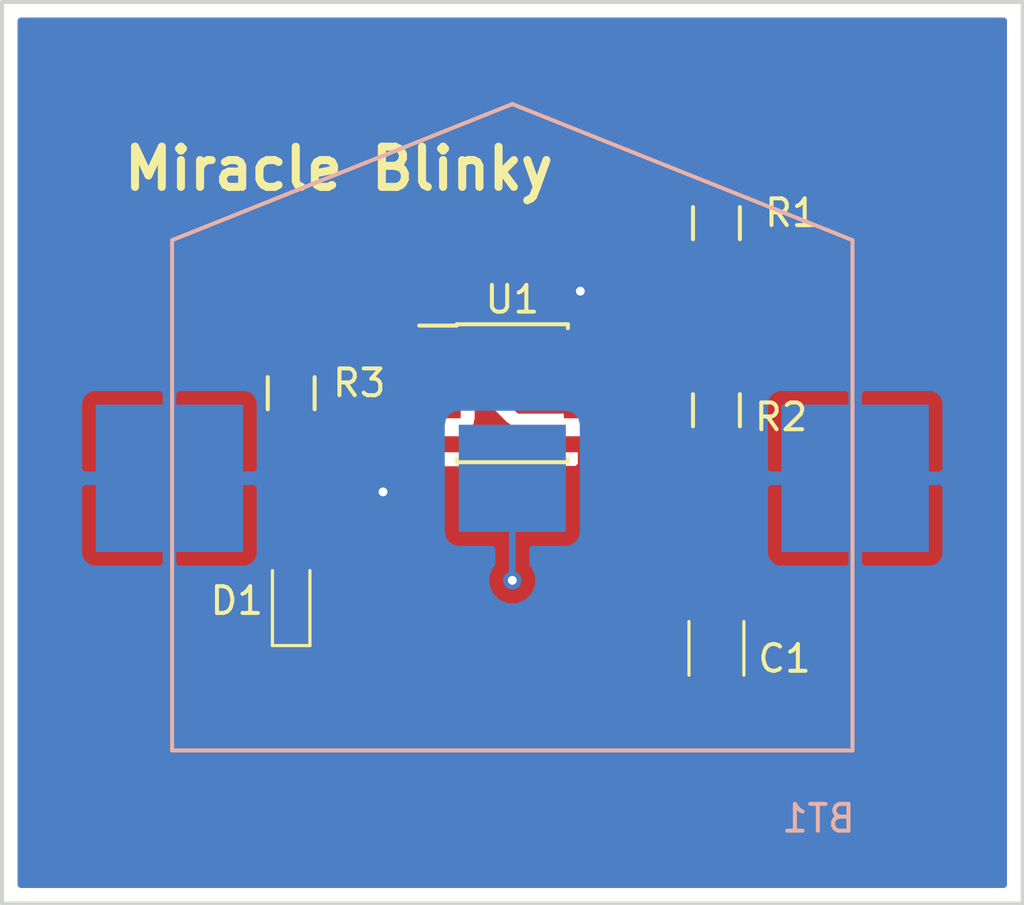
<source format=kicad_pcb>
(kicad_pcb (version 4) (host pcbnew 4.0.4-stable)

  (general
    (links 15)
    (no_connects 0)
    (area 129.464999 88.824999 167.715001 122.630001)
    (thickness 1.6)
    (drawings 6)
    (tracks 25)
    (zones 0)
    (modules 7)
    (nets 7)
  )

  (page A4)
  (layers
    (0 F.Cu signal)
    (31 B.Cu signal)
    (32 B.Adhes user)
    (33 F.Adhes user)
    (34 B.Paste user)
    (35 F.Paste user)
    (36 B.SilkS user)
    (37 F.SilkS user)
    (38 B.Mask user)
    (39 F.Mask user)
    (40 Dwgs.User user)
    (41 Cmts.User user)
    (42 Eco1.User user)
    (43 Eco2.User user)
    (44 Edge.Cuts user)
    (45 Margin user)
    (46 B.CrtYd user)
    (47 F.CrtYd user)
    (48 B.Fab user)
    (49 F.Fab user)
  )

  (setup
    (last_trace_width 0.254)
    (trace_clearance 0.254)
    (zone_clearance 0.508)
    (zone_45_only no)
    (trace_min 0.1524)
    (segment_width 0.2)
    (edge_width 0.15)
    (via_size 0.6858)
    (via_drill 0.3302)
    (via_min_size 0.6858)
    (via_min_drill 0.3302)
    (uvia_size 0.3)
    (uvia_drill 0.1)
    (uvias_allowed no)
    (uvia_min_size 0.2)
    (uvia_min_drill 0.1)
    (pcb_text_width 0.3)
    (pcb_text_size 1.5 1.5)
    (mod_edge_width 0.15)
    (mod_text_size 1 1)
    (mod_text_width 0.15)
    (pad_size 1.524 1.524)
    (pad_drill 0.762)
    (pad_to_mask_clearance 0.2)
    (aux_axis_origin 0 0)
    (visible_elements FFFFFF7F)
    (pcbplotparams
      (layerselection 0x010f0_80000001)
      (usegerberextensions false)
      (excludeedgelayer true)
      (linewidth 0.100000)
      (plotframeref false)
      (viasonmask false)
      (mode 1)
      (useauxorigin false)
      (hpglpennumber 1)
      (hpglpenspeed 20)
      (hpglpendiameter 15)
      (hpglpenoverlay 2)
      (psnegative false)
      (psa4output false)
      (plotreference true)
      (plotvalue false)
      (plotinvisibletext false)
      (padsonsilk false)
      (subtractmaskfromsilk true)
      (outputformat 1)
      (mirror false)
      (drillshape 0)
      (scaleselection 1)
      (outputdirectory GTB_GERBERS/))
  )

  (net 0 "")
  (net 1 GND)
  (net 2 /VDD)
  (net 3 "Net-(C1-Pad1)")
  (net 4 "Net-(D1-Pad2)")
  (net 5 "Net-(R1-Pad2)")
  (net 6 "Net-(R3-Pad1)")

  (net_class Default "This is the default net class."
    (clearance 0.254)
    (trace_width 0.254)
    (via_dia 0.6858)
    (via_drill 0.3302)
    (uvia_dia 0.3)
    (uvia_drill 0.1)
    (add_net /VDD)
    (add_net GND)
    (add_net "Net-(C1-Pad1)")
    (add_net "Net-(D1-Pad2)")
    (add_net "Net-(R1-Pad2)")
    (add_net "Net-(R3-Pad1)")
  )

  (module GTB:S8211R (layer B.Cu) (tedit 588E2ED6) (tstamp 588E3F6F)
    (at 148.59 106.68)
    (path /588E2D51)
    (fp_text reference BT1 (at 11.43 12.7) (layer B.SilkS)
      (effects (font (size 1 1) (thickness 0.15)) (justify mirror))
    )
    (fp_text value Battery (at -10.16 12.7) (layer B.Fab)
      (effects (font (size 1 1) (thickness 0.15)) (justify mirror))
    )
    (fp_line (start -12.7 10.16) (end -12.7 -8.89) (layer B.SilkS) (width 0.15))
    (fp_line (start -12.7 -8.89) (end 0 -13.97) (layer B.SilkS) (width 0.15))
    (fp_line (start 0 -13.97) (end 12.7 -8.89) (layer B.SilkS) (width 0.15))
    (fp_line (start 12.7 -8.89) (end 12.7 10.16) (layer B.SilkS) (width 0.15))
    (fp_line (start 12.7 10.16) (end -12.7 10.16) (layer B.SilkS) (width 0.15))
    (pad 2 smd rect (at 0 0) (size 4 4) (layers B.Cu B.Paste B.Mask)
      (net 1 GND))
    (pad 1 smd rect (at -12.8 0) (size 5.5 5.5) (layers B.Cu B.Paste B.Mask)
      (net 2 /VDD))
    (pad 1 smd rect (at 12.8 0) (size 5.5 5.5) (layers B.Cu B.Paste B.Mask)
      (net 2 /VDD))
  )

  (module Capacitors_SMD:C_1206_HandSoldering (layer F.Cu) (tedit 588E4482) (tstamp 588E3F75)
    (at 156.21 113.03 270)
    (descr "Capacitor SMD 1206, hand soldering")
    (tags "capacitor 1206")
    (path /588E1C65)
    (attr smd)
    (fp_text reference C1 (at 0.381 -2.54 360) (layer F.SilkS)
      (effects (font (size 1 1) (thickness 0.15)))
    )
    (fp_text value 1U (at 0 2.3 270) (layer F.Fab)
      (effects (font (size 1 1) (thickness 0.15)))
    )
    (fp_line (start -1.6 0.8) (end -1.6 -0.8) (layer F.Fab) (width 0.1))
    (fp_line (start 1.6 0.8) (end -1.6 0.8) (layer F.Fab) (width 0.1))
    (fp_line (start 1.6 -0.8) (end 1.6 0.8) (layer F.Fab) (width 0.1))
    (fp_line (start -1.6 -0.8) (end 1.6 -0.8) (layer F.Fab) (width 0.1))
    (fp_line (start -3.3 -1.15) (end 3.3 -1.15) (layer F.CrtYd) (width 0.05))
    (fp_line (start -3.3 1.15) (end 3.3 1.15) (layer F.CrtYd) (width 0.05))
    (fp_line (start -3.3 -1.15) (end -3.3 1.15) (layer F.CrtYd) (width 0.05))
    (fp_line (start 3.3 -1.15) (end 3.3 1.15) (layer F.CrtYd) (width 0.05))
    (fp_line (start 1 -1.025) (end -1 -1.025) (layer F.SilkS) (width 0.12))
    (fp_line (start -1 1.025) (end 1 1.025) (layer F.SilkS) (width 0.12))
    (pad 1 smd rect (at -2 0 270) (size 2 1.6) (layers F.Cu F.Paste F.Mask)
      (net 3 "Net-(C1-Pad1)"))
    (pad 2 smd rect (at 2 0 270) (size 2 1.6) (layers F.Cu F.Paste F.Mask)
      (net 1 GND))
    (model Capacitors_SMD.3dshapes/C_1206_HandSoldering.wrl
      (at (xyz 0 0 0))
      (scale (xyz 1 1 1))
      (rotate (xyz 0 0 0))
    )
  )

  (module LEDs:LED_0805 (layer F.Cu) (tedit 588E4461) (tstamp 588E3F7B)
    (at 140.335 111.125 90)
    (descr "LED 0805 smd package")
    (tags "LED led 0805 SMD smd SMT smt smdled SMDLED smtled SMTLED")
    (path /588E1D9E)
    (attr smd)
    (fp_text reference D1 (at -0.127 -2.032 180) (layer F.SilkS)
      (effects (font (size 1 1) (thickness 0.15)))
    )
    (fp_text value LED (at 0 1.55 90) (layer F.Fab)
      (effects (font (size 1 1) (thickness 0.15)))
    )
    (fp_line (start -1.8 -0.7) (end -1.8 0.7) (layer F.SilkS) (width 0.12))
    (fp_line (start -0.4 -0.4) (end -0.4 0.4) (layer F.Fab) (width 0.1))
    (fp_line (start -0.4 0) (end 0.2 -0.4) (layer F.Fab) (width 0.1))
    (fp_line (start 0.2 0.4) (end -0.4 0) (layer F.Fab) (width 0.1))
    (fp_line (start 0.2 -0.4) (end 0.2 0.4) (layer F.Fab) (width 0.1))
    (fp_line (start 1 0.6) (end -1 0.6) (layer F.Fab) (width 0.1))
    (fp_line (start 1 -0.6) (end 1 0.6) (layer F.Fab) (width 0.1))
    (fp_line (start -1 -0.6) (end 1 -0.6) (layer F.Fab) (width 0.1))
    (fp_line (start -1 0.6) (end -1 -0.6) (layer F.Fab) (width 0.1))
    (fp_line (start -1.8 0.7) (end 1 0.7) (layer F.SilkS) (width 0.12))
    (fp_line (start -1.8 -0.7) (end 1 -0.7) (layer F.SilkS) (width 0.12))
    (fp_line (start 1.95 -0.85) (end 1.95 0.85) (layer F.CrtYd) (width 0.05))
    (fp_line (start 1.95 0.85) (end -1.95 0.85) (layer F.CrtYd) (width 0.05))
    (fp_line (start -1.95 0.85) (end -1.95 -0.85) (layer F.CrtYd) (width 0.05))
    (fp_line (start -1.95 -0.85) (end 1.95 -0.85) (layer F.CrtYd) (width 0.05))
    (pad 2 smd rect (at 1.1 0 270) (size 1.2 1.2) (layers F.Cu F.Paste F.Mask)
      (net 4 "Net-(D1-Pad2)"))
    (pad 1 smd rect (at -1.1 0 270) (size 1.2 1.2) (layers F.Cu F.Paste F.Mask)
      (net 1 GND))
    (model LEDs.3dshapes/LED_0805.wrl
      (at (xyz 0 0 0))
      (scale (xyz 1 1 1))
      (rotate (xyz 0 0 180))
    )
  )

  (module Resistors_SMD:R_0805_HandSoldering (layer F.Cu) (tedit 588E4458) (tstamp 588E3F81)
    (at 156.21 97.155 270)
    (descr "Resistor SMD 0805, hand soldering")
    (tags "resistor 0805")
    (path /588E1B74)
    (attr smd)
    (fp_text reference R1 (at -0.381 -2.794 360) (layer F.SilkS)
      (effects (font (size 1 1) (thickness 0.15)))
    )
    (fp_text value 1K (at 0 2.1 270) (layer F.Fab)
      (effects (font (size 1 1) (thickness 0.15)))
    )
    (fp_line (start -1 0.625) (end -1 -0.625) (layer F.Fab) (width 0.1))
    (fp_line (start 1 0.625) (end -1 0.625) (layer F.Fab) (width 0.1))
    (fp_line (start 1 -0.625) (end 1 0.625) (layer F.Fab) (width 0.1))
    (fp_line (start -1 -0.625) (end 1 -0.625) (layer F.Fab) (width 0.1))
    (fp_line (start -2.4 -1) (end 2.4 -1) (layer F.CrtYd) (width 0.05))
    (fp_line (start -2.4 1) (end 2.4 1) (layer F.CrtYd) (width 0.05))
    (fp_line (start -2.4 -1) (end -2.4 1) (layer F.CrtYd) (width 0.05))
    (fp_line (start 2.4 -1) (end 2.4 1) (layer F.CrtYd) (width 0.05))
    (fp_line (start 0.6 0.875) (end -0.6 0.875) (layer F.SilkS) (width 0.15))
    (fp_line (start -0.6 -0.875) (end 0.6 -0.875) (layer F.SilkS) (width 0.15))
    (pad 1 smd rect (at -1.35 0 270) (size 1.5 1.3) (layers F.Cu F.Paste F.Mask)
      (net 2 /VDD))
    (pad 2 smd rect (at 1.35 0 270) (size 1.5 1.3) (layers F.Cu F.Paste F.Mask)
      (net 5 "Net-(R1-Pad2)"))
    (model Resistors_SMD.3dshapes/R_0805_HandSoldering.wrl
      (at (xyz 0 0 0))
      (scale (xyz 1 1 1))
      (rotate (xyz 0 0 0))
    )
  )

  (module Resistors_SMD:R_0805_HandSoldering (layer F.Cu) (tedit 588E4493) (tstamp 588E3F87)
    (at 156.21 104.14 270)
    (descr "Resistor SMD 0805, hand soldering")
    (tags "resistor 0805")
    (path /588E1C09)
    (attr smd)
    (fp_text reference R2 (at 0.254 -2.413 360) (layer F.SilkS)
      (effects (font (size 1 1) (thickness 0.15)))
    )
    (fp_text value 470K (at 0 2.1 270) (layer F.Fab)
      (effects (font (size 1 1) (thickness 0.15)))
    )
    (fp_line (start -1 0.625) (end -1 -0.625) (layer F.Fab) (width 0.1))
    (fp_line (start 1 0.625) (end -1 0.625) (layer F.Fab) (width 0.1))
    (fp_line (start 1 -0.625) (end 1 0.625) (layer F.Fab) (width 0.1))
    (fp_line (start -1 -0.625) (end 1 -0.625) (layer F.Fab) (width 0.1))
    (fp_line (start -2.4 -1) (end 2.4 -1) (layer F.CrtYd) (width 0.05))
    (fp_line (start -2.4 1) (end 2.4 1) (layer F.CrtYd) (width 0.05))
    (fp_line (start -2.4 -1) (end -2.4 1) (layer F.CrtYd) (width 0.05))
    (fp_line (start 2.4 -1) (end 2.4 1) (layer F.CrtYd) (width 0.05))
    (fp_line (start 0.6 0.875) (end -0.6 0.875) (layer F.SilkS) (width 0.15))
    (fp_line (start -0.6 -0.875) (end 0.6 -0.875) (layer F.SilkS) (width 0.15))
    (pad 1 smd rect (at -1.35 0 270) (size 1.5 1.3) (layers F.Cu F.Paste F.Mask)
      (net 5 "Net-(R1-Pad2)"))
    (pad 2 smd rect (at 1.35 0 270) (size 1.5 1.3) (layers F.Cu F.Paste F.Mask)
      (net 3 "Net-(C1-Pad1)"))
    (model Resistors_SMD.3dshapes/R_0805_HandSoldering.wrl
      (at (xyz 0 0 0))
      (scale (xyz 1 1 1))
      (rotate (xyz 0 0 0))
    )
  )

  (module Resistors_SMD:R_0805_HandSoldering (layer F.Cu) (tedit 588E443F) (tstamp 588E3F8D)
    (at 140.335 103.505 270)
    (descr "Resistor SMD 0805, hand soldering")
    (tags "resistor 0805")
    (path /588E1D0A)
    (attr smd)
    (fp_text reference R3 (at -0.381 -2.54 360) (layer F.SilkS)
      (effects (font (size 1 1) (thickness 0.15)))
    )
    (fp_text value 1K (at 0 2.1 270) (layer F.Fab)
      (effects (font (size 1 1) (thickness 0.15)))
    )
    (fp_line (start -1 0.625) (end -1 -0.625) (layer F.Fab) (width 0.1))
    (fp_line (start 1 0.625) (end -1 0.625) (layer F.Fab) (width 0.1))
    (fp_line (start 1 -0.625) (end 1 0.625) (layer F.Fab) (width 0.1))
    (fp_line (start -1 -0.625) (end 1 -0.625) (layer F.Fab) (width 0.1))
    (fp_line (start -2.4 -1) (end 2.4 -1) (layer F.CrtYd) (width 0.05))
    (fp_line (start -2.4 1) (end 2.4 1) (layer F.CrtYd) (width 0.05))
    (fp_line (start -2.4 -1) (end -2.4 1) (layer F.CrtYd) (width 0.05))
    (fp_line (start 2.4 -1) (end 2.4 1) (layer F.CrtYd) (width 0.05))
    (fp_line (start 0.6 0.875) (end -0.6 0.875) (layer F.SilkS) (width 0.15))
    (fp_line (start -0.6 -0.875) (end 0.6 -0.875) (layer F.SilkS) (width 0.15))
    (pad 1 smd rect (at -1.35 0 270) (size 1.5 1.3) (layers F.Cu F.Paste F.Mask)
      (net 6 "Net-(R3-Pad1)"))
    (pad 2 smd rect (at 1.35 0 270) (size 1.5 1.3) (layers F.Cu F.Paste F.Mask)
      (net 4 "Net-(D1-Pad2)"))
    (model Resistors_SMD.3dshapes/R_0805_HandSoldering.wrl
      (at (xyz 0 0 0))
      (scale (xyz 1 1 1))
      (rotate (xyz 0 0 0))
    )
  )

  (module Housings_SOIC:SOIC-8_3.9x4.9mm_Pitch1.27mm (layer F.Cu) (tedit 54130A77) (tstamp 588E3F99)
    (at 148.59 103.505)
    (descr "8-Lead Plastic Small Outline (SN) - Narrow, 3.90 mm Body [SOIC] (see Microchip Packaging Specification 00000049BS.pdf)")
    (tags "SOIC 1.27")
    (path /588E1AAA)
    (attr smd)
    (fp_text reference U1 (at 0 -3.5) (layer F.SilkS)
      (effects (font (size 1 1) (thickness 0.15)))
    )
    (fp_text value 7555 (at 0 3.5) (layer F.Fab)
      (effects (font (size 1 1) (thickness 0.15)))
    )
    (fp_line (start -0.95 -2.45) (end 1.95 -2.45) (layer F.Fab) (width 0.15))
    (fp_line (start 1.95 -2.45) (end 1.95 2.45) (layer F.Fab) (width 0.15))
    (fp_line (start 1.95 2.45) (end -1.95 2.45) (layer F.Fab) (width 0.15))
    (fp_line (start -1.95 2.45) (end -1.95 -1.45) (layer F.Fab) (width 0.15))
    (fp_line (start -1.95 -1.45) (end -0.95 -2.45) (layer F.Fab) (width 0.15))
    (fp_line (start -3.75 -2.75) (end -3.75 2.75) (layer F.CrtYd) (width 0.05))
    (fp_line (start 3.75 -2.75) (end 3.75 2.75) (layer F.CrtYd) (width 0.05))
    (fp_line (start -3.75 -2.75) (end 3.75 -2.75) (layer F.CrtYd) (width 0.05))
    (fp_line (start -3.75 2.75) (end 3.75 2.75) (layer F.CrtYd) (width 0.05))
    (fp_line (start -2.075 -2.575) (end -2.075 -2.525) (layer F.SilkS) (width 0.15))
    (fp_line (start 2.075 -2.575) (end 2.075 -2.43) (layer F.SilkS) (width 0.15))
    (fp_line (start 2.075 2.575) (end 2.075 2.43) (layer F.SilkS) (width 0.15))
    (fp_line (start -2.075 2.575) (end -2.075 2.43) (layer F.SilkS) (width 0.15))
    (fp_line (start -2.075 -2.575) (end 2.075 -2.575) (layer F.SilkS) (width 0.15))
    (fp_line (start -2.075 2.575) (end 2.075 2.575) (layer F.SilkS) (width 0.15))
    (fp_line (start -2.075 -2.525) (end -3.475 -2.525) (layer F.SilkS) (width 0.15))
    (pad 1 smd rect (at -2.7 -1.905) (size 1.55 0.6) (layers F.Cu F.Paste F.Mask)
      (net 1 GND))
    (pad 2 smd rect (at -2.7 -0.635) (size 1.55 0.6) (layers F.Cu F.Paste F.Mask)
      (net 3 "Net-(C1-Pad1)"))
    (pad 3 smd rect (at -2.7 0.635) (size 1.55 0.6) (layers F.Cu F.Paste F.Mask)
      (net 6 "Net-(R3-Pad1)"))
    (pad 4 smd rect (at -2.7 1.905) (size 1.55 0.6) (layers F.Cu F.Paste F.Mask)
      (net 2 /VDD))
    (pad 5 smd rect (at 2.7 1.905) (size 1.55 0.6) (layers F.Cu F.Paste F.Mask)
      (net 1 GND))
    (pad 6 smd rect (at 2.7 0.635) (size 1.55 0.6) (layers F.Cu F.Paste F.Mask)
      (net 3 "Net-(C1-Pad1)"))
    (pad 7 smd rect (at 2.7 -0.635) (size 1.55 0.6) (layers F.Cu F.Paste F.Mask)
      (net 5 "Net-(R1-Pad2)"))
    (pad 8 smd rect (at 2.7 -1.905) (size 1.55 0.6) (layers F.Cu F.Paste F.Mask)
      (net 2 /VDD))
    (model Housings_SOIC.3dshapes/SOIC-8_3.9x4.9mm_Pitch1.27mm.wrl
      (at (xyz 0 0 0))
      (scale (xyz 1 1 1))
      (rotate (xyz 0 0 0))
    )
  )

  (gr_text "Miracle Blinky" (at 142.113 95.123) (layer F.SilkS)
    (effects (font (size 1.5 1.5) (thickness 0.3)))
  )
  (gr_line (start 129.54 88.9) (end 129.54 90.17) (angle 90) (layer Edge.Cuts) (width 0.15))
  (gr_line (start 167.64 88.9) (end 129.54 88.9) (angle 90) (layer Edge.Cuts) (width 0.15))
  (gr_line (start 167.64 122.555) (end 167.64 88.9) (angle 90) (layer Edge.Cuts) (width 0.15))
  (gr_line (start 129.54 122.555) (end 167.64 122.555) (angle 90) (layer Edge.Cuts) (width 0.15))
  (gr_line (start 129.54 90.17) (end 129.54 122.555) (angle 90) (layer Edge.Cuts) (width 0.15))

  (segment (start 148.59 106.68) (end 148.59 110.49) (width 0.254) (layer B.Cu) (net 1))
  (via (at 148.59 110.49) (size 0.6858) (drill 0.3302) (layers F.Cu B.Cu) (net 1))
  (segment (start 145.89 105.41) (end 144.526 105.41) (width 0.254) (layer F.Cu) (net 2))
  (via (at 143.764 107.188) (size 0.6858) (drill 0.3302) (layers F.Cu B.Cu) (net 2))
  (segment (start 143.764 106.172) (end 143.764 107.188) (width 0.254) (layer F.Cu) (net 2) (tstamp 588E41DD))
  (segment (start 144.526 105.41) (end 143.764 106.172) (width 0.254) (layer F.Cu) (net 2) (tstamp 588E41DA))
  (segment (start 151.29 101.6) (end 151.29 99.855) (width 0.254) (layer F.Cu) (net 2))
  (via (at 151.13 99.695) (size 0.6858) (drill 0.3302) (layers F.Cu B.Cu) (net 2))
  (segment (start 151.29 99.855) (end 151.13 99.695) (width 0.254) (layer F.Cu) (net 2) (tstamp 588E41B7))
  (segment (start 151.29 101.6) (end 153.67 101.6) (width 0.254) (layer F.Cu) (net 2))
  (segment (start 154.94 97.075) (end 156.21 95.805) (width 0.254) (layer F.Cu) (net 2) (tstamp 588E40B9))
  (segment (start 154.94 100.33) (end 154.94 97.075) (width 0.254) (layer F.Cu) (net 2) (tstamp 588E40B3))
  (segment (start 153.67 101.6) (end 154.94 100.33) (width 0.254) (layer F.Cu) (net 2) (tstamp 588E40B0))
  (segment (start 145.89 102.87) (end 147.574 102.87) (width 0.254) (layer F.Cu) (net 3))
  (segment (start 148.844 104.14) (end 151.29 104.14) (width 0.254) (layer F.Cu) (net 3) (tstamp 588E4211))
  (segment (start 147.574 102.87) (end 148.844 104.14) (width 0.254) (layer F.Cu) (net 3) (tstamp 588E420C))
  (segment (start 151.29 104.14) (end 154.86 104.14) (width 0.254) (layer F.Cu) (net 3))
  (segment (start 154.86 104.14) (end 156.21 105.49) (width 0.254) (layer F.Cu) (net 3) (tstamp 588E40A0))
  (segment (start 156.21 105.49) (end 156.21 111.03) (width 0.254) (layer F.Cu) (net 3))
  (segment (start 140.335 110.025) (end 140.335 104.855) (width 0.254) (layer F.Cu) (net 4))
  (segment (start 151.29 102.87) (end 156.13 102.87) (width 0.254) (layer F.Cu) (net 5))
  (segment (start 156.13 102.87) (end 156.21 102.79) (width 0.254) (layer F.Cu) (net 5) (tstamp 588E4098))
  (segment (start 156.21 98.505) (end 156.21 102.79) (width 0.254) (layer F.Cu) (net 5))
  (segment (start 145.89 104.14) (end 142.32 104.14) (width 0.254) (layer F.Cu) (net 6))
  (segment (start 142.32 104.14) (end 140.335 102.155) (width 0.254) (layer F.Cu) (net 6) (tstamp 588E40CA))

  (zone (net 1) (net_name GND) (layer F.Cu) (tstamp 588E40EC) (hatch edge 0.508)
    (connect_pads (clearance 0.508))
    (min_thickness 0.254)
    (fill yes (arc_segments 16) (thermal_gap 0.508) (thermal_bridge_width 0.508))
    (polygon
      (pts
        (xy 129.54 88.9) (xy 129.54 122.555) (xy 167.64 122.555) (xy 167.64 88.9)
      )
    )
    (filled_polygon
      (pts
        (xy 166.93 121.845) (xy 130.25 121.845) (xy 130.25 115.31575) (xy 154.775 115.31575) (xy 154.775 116.156309)
        (xy 154.871673 116.389698) (xy 155.050301 116.568327) (xy 155.28369 116.665) (xy 155.92425 116.665) (xy 156.083 116.50625)
        (xy 156.083 115.157) (xy 156.337 115.157) (xy 156.337 116.50625) (xy 156.49575 116.665) (xy 157.13631 116.665)
        (xy 157.369699 116.568327) (xy 157.548327 116.389698) (xy 157.645 116.156309) (xy 157.645 115.31575) (xy 157.48625 115.157)
        (xy 156.337 115.157) (xy 156.083 115.157) (xy 154.93375 115.157) (xy 154.775 115.31575) (xy 130.25 115.31575)
        (xy 130.25 113.903691) (xy 154.775 113.903691) (xy 154.775 114.74425) (xy 154.93375 114.903) (xy 156.083 114.903)
        (xy 156.083 113.55375) (xy 156.337 113.55375) (xy 156.337 114.903) (xy 157.48625 114.903) (xy 157.645 114.74425)
        (xy 157.645 113.903691) (xy 157.548327 113.670302) (xy 157.369699 113.491673) (xy 157.13631 113.395) (xy 156.49575 113.395)
        (xy 156.337 113.55375) (xy 156.083 113.55375) (xy 155.92425 113.395) (xy 155.28369 113.395) (xy 155.050301 113.491673)
        (xy 154.871673 113.670302) (xy 154.775 113.903691) (xy 130.25 113.903691) (xy 130.25 112.51075) (xy 139.1 112.51075)
        (xy 139.1 112.951309) (xy 139.196673 113.184698) (xy 139.375301 113.363327) (xy 139.60869 113.46) (xy 140.04925 113.46)
        (xy 140.208 113.30125) (xy 140.208 112.352) (xy 140.462 112.352) (xy 140.462 113.30125) (xy 140.62075 113.46)
        (xy 141.06131 113.46) (xy 141.294699 113.363327) (xy 141.473327 113.184698) (xy 141.57 112.951309) (xy 141.57 112.51075)
        (xy 141.41125 112.352) (xy 140.462 112.352) (xy 140.208 112.352) (xy 139.25875 112.352) (xy 139.1 112.51075)
        (xy 130.25 112.51075) (xy 130.25 101.405) (xy 139.03756 101.405) (xy 139.03756 102.905) (xy 139.081838 103.140317)
        (xy 139.22091 103.356441) (xy 139.43311 103.501431) (xy 139.446197 103.504081) (xy 139.233559 103.64091) (xy 139.088569 103.85311)
        (xy 139.03756 104.105) (xy 139.03756 105.605) (xy 139.081838 105.840317) (xy 139.22091 106.056441) (xy 139.43311 106.201431)
        (xy 139.573 106.229759) (xy 139.573 108.808042) (xy 139.499683 108.821838) (xy 139.283559 108.96091) (xy 139.138569 109.17311)
        (xy 139.08756 109.425) (xy 139.08756 110.625) (xy 139.131838 110.860317) (xy 139.27091 111.076441) (xy 139.339006 111.122969)
        (xy 139.196673 111.265302) (xy 139.1 111.498691) (xy 139.1 111.93925) (xy 139.25875 112.098) (xy 140.208 112.098)
        (xy 140.208 112.078) (xy 140.462 112.078) (xy 140.462 112.098) (xy 141.41125 112.098) (xy 141.57 111.93925)
        (xy 141.57 111.498691) (xy 141.473327 111.265302) (xy 141.33209 111.124064) (xy 141.386441 111.08909) (xy 141.531431 110.87689)
        (xy 141.58244 110.625) (xy 141.58244 109.425) (xy 141.538162 109.189683) (xy 141.39909 108.973559) (xy 141.18689 108.828569)
        (xy 141.097 108.810366) (xy 141.097 106.231366) (xy 141.220317 106.208162) (xy 141.436441 106.06909) (xy 141.581431 105.85689)
        (xy 141.63244 105.605) (xy 141.63244 104.53007) (xy 141.781185 104.678815) (xy 142.028395 104.843996) (xy 142.32 104.902)
        (xy 143.956369 104.902) (xy 143.225185 105.633185) (xy 143.060004 105.880395) (xy 143.002 106.172) (xy 143.002 106.566917)
        (xy 142.93546 106.633341) (xy 142.78627 106.99263) (xy 142.785931 107.381663) (xy 142.934493 107.741212) (xy 143.209341 108.01654)
        (xy 143.56863 108.16573) (xy 143.957663 108.166069) (xy 144.317212 108.017507) (xy 144.59254 107.742659) (xy 144.74173 107.38337)
        (xy 144.742069 106.994337) (xy 144.593507 106.634788) (xy 144.526 106.567163) (xy 144.526 106.48763) (xy 144.770487 106.243144)
        (xy 144.86311 106.306431) (xy 145.115 106.35744) (xy 146.665 106.35744) (xy 146.900317 106.313162) (xy 147.116441 106.17409)
        (xy 147.261431 105.96189) (xy 147.31244 105.71) (xy 147.31244 105.69575) (xy 149.88 105.69575) (xy 149.88 105.83631)
        (xy 149.976673 106.069699) (xy 150.155302 106.248327) (xy 150.388691 106.345) (xy 151.00425 106.345) (xy 151.163 106.18625)
        (xy 151.163 105.537) (xy 151.417 105.537) (xy 151.417 106.18625) (xy 151.57575 106.345) (xy 152.191309 106.345)
        (xy 152.424698 106.248327) (xy 152.603327 106.069699) (xy 152.7 105.83631) (xy 152.7 105.69575) (xy 152.54125 105.537)
        (xy 151.417 105.537) (xy 151.163 105.537) (xy 150.03875 105.537) (xy 149.88 105.69575) (xy 147.31244 105.69575)
        (xy 147.31244 105.11) (xy 147.268162 104.874683) (xy 147.204322 104.775472) (xy 147.261431 104.69189) (xy 147.31244 104.44)
        (xy 147.31244 103.84) (xy 147.276763 103.650393) (xy 148.305184 104.678815) (xy 148.465604 104.786004) (xy 148.552395 104.843996)
        (xy 148.844 104.902) (xy 149.913837 104.902) (xy 149.88 104.98369) (xy 149.88 105.12425) (xy 150.03875 105.283)
        (xy 151.163 105.283) (xy 151.163 105.263) (xy 151.417 105.263) (xy 151.417 105.283) (xy 152.54125 105.283)
        (xy 152.7 105.12425) (xy 152.7 104.98369) (xy 152.666163 104.902) (xy 154.54437 104.902) (xy 154.91256 105.27019)
        (xy 154.91256 106.24) (xy 154.956838 106.475317) (xy 155.09591 106.691441) (xy 155.30811 106.836431) (xy 155.448 106.864759)
        (xy 155.448 109.38256) (xy 155.41 109.38256) (xy 155.174683 109.426838) (xy 154.958559 109.56591) (xy 154.813569 109.77811)
        (xy 154.76256 110.03) (xy 154.76256 112.03) (xy 154.806838 112.265317) (xy 154.94591 112.481441) (xy 155.15811 112.626431)
        (xy 155.41 112.67744) (xy 157.01 112.67744) (xy 157.245317 112.633162) (xy 157.461441 112.49409) (xy 157.606431 112.28189)
        (xy 157.65744 112.03) (xy 157.65744 110.03) (xy 157.613162 109.794683) (xy 157.47409 109.578559) (xy 157.26189 109.433569)
        (xy 157.01 109.38256) (xy 156.972 109.38256) (xy 156.972 106.866366) (xy 157.095317 106.843162) (xy 157.311441 106.70409)
        (xy 157.456431 106.49189) (xy 157.50744 106.24) (xy 157.50744 104.74) (xy 157.463162 104.504683) (xy 157.32409 104.288559)
        (xy 157.11189 104.143569) (xy 157.098803 104.140919) (xy 157.311441 104.00409) (xy 157.456431 103.79189) (xy 157.50744 103.54)
        (xy 157.50744 102.04) (xy 157.463162 101.804683) (xy 157.32409 101.588559) (xy 157.11189 101.443569) (xy 156.972 101.415241)
        (xy 156.972 99.881366) (xy 157.095317 99.858162) (xy 157.311441 99.71909) (xy 157.456431 99.50689) (xy 157.50744 99.255)
        (xy 157.50744 97.755) (xy 157.463162 97.519683) (xy 157.32409 97.303559) (xy 157.11189 97.158569) (xy 157.098803 97.155919)
        (xy 157.311441 97.01909) (xy 157.456431 96.80689) (xy 157.50744 96.555) (xy 157.50744 95.055) (xy 157.463162 94.819683)
        (xy 157.32409 94.603559) (xy 157.11189 94.458569) (xy 156.86 94.40756) (xy 155.56 94.40756) (xy 155.324683 94.451838)
        (xy 155.108559 94.59091) (xy 154.963569 94.80311) (xy 154.91256 95.055) (xy 154.91256 96.02481) (xy 154.401185 96.536185)
        (xy 154.236004 96.783395) (xy 154.178 97.075) (xy 154.178 100.014369) (xy 153.35437 100.838) (xy 152.513636 100.838)
        (xy 152.31689 100.703569) (xy 152.065 100.65256) (xy 152.052 100.65256) (xy 152.052 100.024583) (xy 152.10773 99.89037)
        (xy 152.108069 99.501337) (xy 151.959507 99.141788) (xy 151.684659 98.86646) (xy 151.32537 98.71727) (xy 150.936337 98.716931)
        (xy 150.576788 98.865493) (xy 150.30146 99.140341) (xy 150.15227 99.49963) (xy 150.151931 99.888663) (xy 150.300493 100.248212)
        (xy 150.528 100.476116) (xy 150.528 100.65256) (xy 150.515 100.65256) (xy 150.279683 100.696838) (xy 150.063559 100.83591)
        (xy 149.918569 101.04811) (xy 149.86756 101.3) (xy 149.86756 101.9) (xy 149.911838 102.135317) (xy 149.975678 102.234528)
        (xy 149.918569 102.31811) (xy 149.86756 102.57) (xy 149.86756 103.17) (xy 149.906698 103.378) (xy 149.159631 103.378)
        (xy 148.112815 102.331185) (xy 148.005829 102.259699) (xy 147.865605 102.166004) (xy 147.574 102.108) (xy 147.266163 102.108)
        (xy 147.3 102.02631) (xy 147.3 101.88575) (xy 147.14125 101.727) (xy 146.017 101.727) (xy 146.017 101.747)
        (xy 145.763 101.747) (xy 145.763 101.727) (xy 144.63875 101.727) (xy 144.48 101.88575) (xy 144.48 102.02631)
        (xy 144.569806 102.243122) (xy 144.518569 102.31811) (xy 144.46756 102.57) (xy 144.46756 103.17) (xy 144.506698 103.378)
        (xy 142.63563 103.378) (xy 141.63244 102.37481) (xy 141.63244 101.405) (xy 141.588916 101.17369) (xy 144.48 101.17369)
        (xy 144.48 101.31425) (xy 144.63875 101.473) (xy 145.763 101.473) (xy 145.763 100.82375) (xy 146.017 100.82375)
        (xy 146.017 101.473) (xy 147.14125 101.473) (xy 147.3 101.31425) (xy 147.3 101.17369) (xy 147.203327 100.940301)
        (xy 147.024698 100.761673) (xy 146.791309 100.665) (xy 146.17575 100.665) (xy 146.017 100.82375) (xy 145.763 100.82375)
        (xy 145.60425 100.665) (xy 144.988691 100.665) (xy 144.755302 100.761673) (xy 144.576673 100.940301) (xy 144.48 101.17369)
        (xy 141.588916 101.17369) (xy 141.588162 101.169683) (xy 141.44909 100.953559) (xy 141.23689 100.808569) (xy 140.985 100.75756)
        (xy 139.685 100.75756) (xy 139.449683 100.801838) (xy 139.233559 100.94091) (xy 139.088569 101.15311) (xy 139.03756 101.405)
        (xy 130.25 101.405) (xy 130.25 89.61) (xy 166.93 89.61)
      )
    )
  )
  (zone (net 2) (net_name /VDD) (layer B.Cu) (tstamp 588E4120) (hatch edge 0.508)
    (connect_pads (clearance 0.508))
    (min_thickness 0.254)
    (fill yes (arc_segments 16) (thermal_gap 0.508) (thermal_bridge_width 0.508))
    (polygon
      (pts
        (xy 167.64 122.555) (xy 129.54 122.555) (xy 129.54 88.9) (xy 167.64 88.9)
      )
    )
    (filled_polygon
      (pts
        (xy 166.93 121.845) (xy 130.25 121.845) (xy 130.25 106.96575) (xy 132.405 106.96575) (xy 132.405 109.55631)
        (xy 132.501673 109.789699) (xy 132.680302 109.968327) (xy 132.913691 110.065) (xy 135.50425 110.065) (xy 135.663 109.90625)
        (xy 135.663 106.807) (xy 135.917 106.807) (xy 135.917 109.90625) (xy 136.07575 110.065) (xy 138.666309 110.065)
        (xy 138.899698 109.968327) (xy 139.078327 109.789699) (xy 139.175 109.55631) (xy 139.175 106.96575) (xy 139.01625 106.807)
        (xy 135.917 106.807) (xy 135.663 106.807) (xy 132.56375 106.807) (xy 132.405 106.96575) (xy 130.25 106.96575)
        (xy 130.25 103.80369) (xy 132.405 103.80369) (xy 132.405 106.39425) (xy 132.56375 106.553) (xy 135.663 106.553)
        (xy 135.663 103.45375) (xy 135.917 103.45375) (xy 135.917 106.553) (xy 139.01625 106.553) (xy 139.175 106.39425)
        (xy 139.175 104.68) (xy 145.94256 104.68) (xy 145.94256 108.68) (xy 145.986838 108.915317) (xy 146.12591 109.131441)
        (xy 146.33811 109.276431) (xy 146.59 109.32744) (xy 147.828 109.32744) (xy 147.828 109.868917) (xy 147.76146 109.935341)
        (xy 147.61227 110.29463) (xy 147.611931 110.683663) (xy 147.760493 111.043212) (xy 148.035341 111.31854) (xy 148.39463 111.46773)
        (xy 148.783663 111.468069) (xy 149.143212 111.319507) (xy 149.41854 111.044659) (xy 149.56773 110.68537) (xy 149.568069 110.296337)
        (xy 149.419507 109.936788) (xy 149.352 109.869163) (xy 149.352 109.32744) (xy 150.59 109.32744) (xy 150.825317 109.283162)
        (xy 151.041441 109.14409) (xy 151.186431 108.93189) (xy 151.23744 108.68) (xy 151.23744 106.96575) (xy 158.005 106.96575)
        (xy 158.005 109.55631) (xy 158.101673 109.789699) (xy 158.280302 109.968327) (xy 158.513691 110.065) (xy 161.10425 110.065)
        (xy 161.263 109.90625) (xy 161.263 106.807) (xy 161.517 106.807) (xy 161.517 109.90625) (xy 161.67575 110.065)
        (xy 164.266309 110.065) (xy 164.499698 109.968327) (xy 164.678327 109.789699) (xy 164.775 109.55631) (xy 164.775 106.96575)
        (xy 164.61625 106.807) (xy 161.517 106.807) (xy 161.263 106.807) (xy 158.16375 106.807) (xy 158.005 106.96575)
        (xy 151.23744 106.96575) (xy 151.23744 104.68) (xy 151.193162 104.444683) (xy 151.05409 104.228559) (xy 150.84189 104.083569)
        (xy 150.59 104.03256) (xy 146.59 104.03256) (xy 146.354683 104.076838) (xy 146.138559 104.21591) (xy 145.993569 104.42811)
        (xy 145.94256 104.68) (xy 139.175 104.68) (xy 139.175 103.80369) (xy 158.005 103.80369) (xy 158.005 106.39425)
        (xy 158.16375 106.553) (xy 161.263 106.553) (xy 161.263 103.45375) (xy 161.517 103.45375) (xy 161.517 106.553)
        (xy 164.61625 106.553) (xy 164.775 106.39425) (xy 164.775 103.80369) (xy 164.678327 103.570301) (xy 164.499698 103.391673)
        (xy 164.266309 103.295) (xy 161.67575 103.295) (xy 161.517 103.45375) (xy 161.263 103.45375) (xy 161.10425 103.295)
        (xy 158.513691 103.295) (xy 158.280302 103.391673) (xy 158.101673 103.570301) (xy 158.005 103.80369) (xy 139.175 103.80369)
        (xy 139.078327 103.570301) (xy 138.899698 103.391673) (xy 138.666309 103.295) (xy 136.07575 103.295) (xy 135.917 103.45375)
        (xy 135.663 103.45375) (xy 135.50425 103.295) (xy 132.913691 103.295) (xy 132.680302 103.391673) (xy 132.501673 103.570301)
        (xy 132.405 103.80369) (xy 130.25 103.80369) (xy 130.25 89.61) (xy 166.93 89.61)
      )
    )
  )
)

</source>
